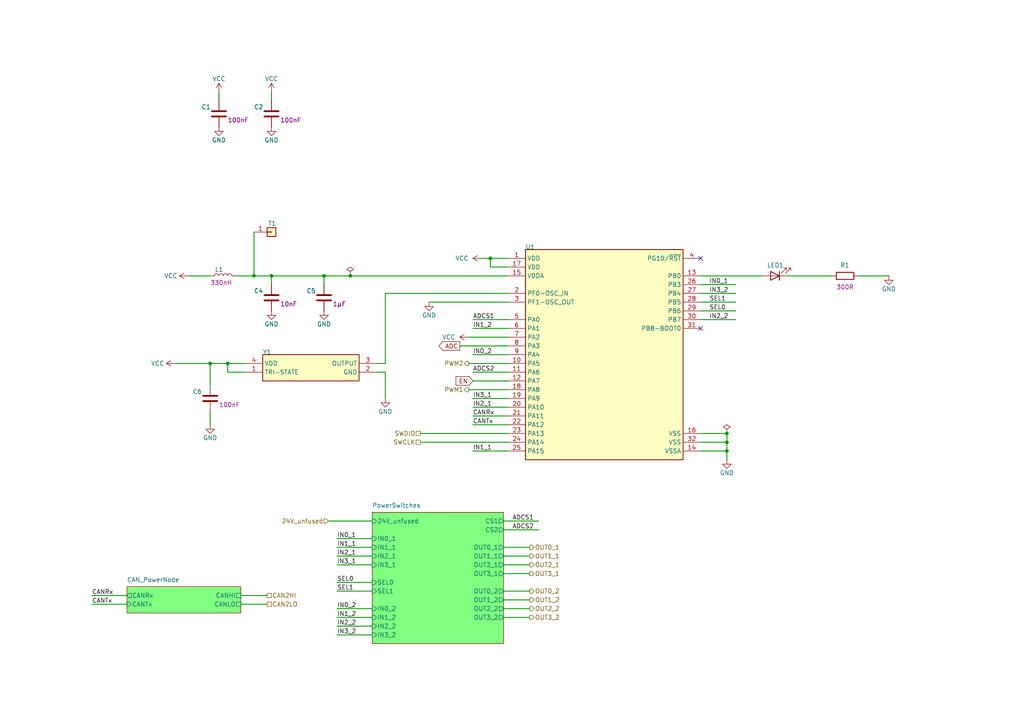
<source format=kicad_sch>
(kicad_sch (version 20231120) (generator "eeschema") (generator_version "8.0")
  (paper "A4")
  (title_block (title "Power Node") (rev "1"))
  (lib_symbols
    (symbol "Connector_Generic:Conn_01x01" (pin_names (offset 1.016) hide)
      (property "Reference" "J" (at 0 2.54 0))
      (property "Value" "Conn_01x01" (at 0 -2.54 0))
      (symbol "Conn_01x01_1_1"
        (rectangle (start -1.27 0.127) (end 0 -0.127) (stroke (width 0.1524)))
        (rectangle (start -1.27 1.27) (end 1.27 -1.27) (stroke (width 0.254)) (fill (type background)))
        (pin passive line (at -5.08 0 0) (length 3.81) (name "Pin_1") (number "1"))
      )
    )
    (symbol "Device:C" (pin_numbers hide) (pin_names (offset 0.254))
      (property "Reference" "C" (at 0.635 2.54 0))
      (property "Value" "C" (at 0.635 -2.54 0))
      (symbol "C_0_1"
        (polyline (pts (xy -2.032 -0.762) (xy 2.032 -0.762)) (stroke (width 0.508)))
        (polyline (pts (xy -2.032 0.762) (xy 2.032 0.762)) (stroke (width 0.508)))
      )
      (symbol "C_1_1"
        (pin passive line (at 0 3.81 270) (length 2.794) (name "~") (number "1"))
        (pin passive line (at 0 -3.81 90) (length 2.794) (name "~") (number "2"))
      )
    )
    (symbol "Device:L" (pin_numbers hide) (pin_names (offset 1.016) hide)
      (property "Reference" "L" (at -1.27 0 90))
      (property "Value" "L" (at 1.905 0 90))
      (symbol "L_0_1"
        (arc (start 0 -2.54) (mid 0.6323 -1.905) (end 0 -1.27))
        (arc (start 0 -1.27) (mid 0.6323 -0.635) (end 0 0))
        (arc (start 0 0) (mid 0.6323 0.635) (end 0 1.27))
        (arc (start 0 1.27) (mid 0.6323 1.905) (end 0 2.54))
      )
      (symbol "L_1_1"
        (pin passive line (at 0 3.81 270) (length 1.27) (name "1") (number "1"))
        (pin passive line (at 0 -3.81 90) (length 1.27) (name "2") (number "2"))
      )
    )
    (symbol "Device:LED" (pin_numbers hide) (pin_names (offset 1.016) hide)
      (property "Reference" "D" (at 0 2.54 0))
      (property "Value" "LED" (at 0 -2.54 0))
      (symbol "LED_0_1"
        (polyline (pts (xy -1.27 -1.27) (xy -1.27 1.27)) (stroke (width 0.254)))
        (polyline (pts (xy -1.27 0) (xy 1.27 0)))
        (polyline (pts (xy 1.27 -1.27) (xy 1.27 1.27) (xy -1.27 0) (xy 1.27 -1.27)) (stroke (width 0.254)))
        (polyline (pts (xy -3.048 -0.762) (xy -4.572 -2.286) (xy -3.81 -2.286) (xy -4.572 -2.286) (xy -4.572 -1.524)))
        (polyline (pts (xy -1.778 -0.762) (xy -3.302 -2.286) (xy -2.54 -2.286) (xy -3.302 -2.286) (xy -3.302 -1.524)))
      )
      (symbol "LED_1_1"
        (pin passive line (at -3.81 0 0) (length 2.54) (name "K") (number "1"))
        (pin passive line (at 3.81 0 180) (length 2.54) (name "A") (number "2"))
      )
    )
    (symbol "Device:R" (pin_numbers hide) (pin_names (offset 0))
      (property "Reference" "R" (at 2.032 0 90))
      (property "Value" "R" (at 0 0 90))
      (symbol "R_0_1"
        (rectangle (start -1.016 -2.54) (end 1.016 2.54) (stroke (width 0.254)))
      )
      (symbol "R_1_1"
        (pin passive line (at 0 3.81 270) (length 1.27) (name "~") (number "1"))
        (pin passive line (at 0 -3.81 90) (length 1.27) (name "~") (number "2"))
      )
    )
    (symbol "Untitled-altium-import:root_0_ECS-7050MV-080-BN-TR"
      (symbol "root_0_ECS-7050MV-080-BN-TR_1_0"
        (rectangle (start 33.02 2.54) (end 5.08 -5.08) (stroke (width 0.254)) (fill (type background)))
        (pin passive line (at 0 -2.54 0) (length 5.08) (name "TRI-STATE") (number "1"))
        (pin passive line (at 38.1 -2.54 180) (length 5.08) (name "GND") (number "2"))
        (pin passive line (at 38.1 0 180) (length 5.08) (name "OUTPUT") (number "3"))
        (pin passive line (at 0 0 0) (length 5.08) (name "VDD") (number "4"))
      )
    )
    (symbol "Untitled-altium-import:root_0_c9e0a49b9ddd2147befd892ac7d673c"
      (symbol "root_0_c9e0a49b9ddd2147befd892ac7d673c_1_0"
        (rectangle (start 50.8 2.54) (end 5.08 -58.42) (stroke (width 0.254)) (fill (type background)))
        (pin power_in line (at 0 0 0) (length 5.08) (name "VDD") (number "1"))
        (pin bidirectional line (at 0 -30.48 0) (length 5.08) (name "PA5") (number "10"))
        (pin bidirectional line (at 0 -33.02 0) (length 5.08) (name "PA6") (number "11"))
        (pin bidirectional line (at 0 -35.56 0) (length 5.08) (name "PA7") (number "12"))
        (pin bidirectional line (at 55.88 -5.08 180) (length 5.08) (name "PB0") (number "13"))
        (pin power_in line (at 55.88 -55.88 180) (length 5.08) (name "VSSA") (number "14"))
        (pin power_in line (at 0 -5.08 0) (length 5.08) (name "VDDA") (number "15"))
        (pin power_in line (at 55.88 -50.8 180) (length 5.08) (name "VSS") (number "16"))
        (pin power_in line (at 0 -2.54 0) (length 5.08) (name "VDD") (number "17"))
        (pin bidirectional line (at 0 -38.1 0) (length 5.08) (name "PA8") (number "18"))
        (pin bidirectional line (at 0 -40.64 0) (length 5.08) (name "PA9") (number "19"))
        (pin passive line (at 0 -10.16 0) (length 5.08) (name "PF0-OSC_IN") (number "2"))
        (pin bidirectional line (at 0 -43.18 0) (length 5.08) (name "PA10") (number "20"))
        (pin bidirectional line (at 0 -45.72 0) (length 5.08) (name "PA11") (number "21"))
        (pin bidirectional line (at 0 -48.26 0) (length 5.08) (name "PA12") (number "22"))
        (pin bidirectional line (at 0 -50.8 0) (length 5.08) (name "PA13") (number "23"))
        (pin bidirectional line (at 0 -53.34 0) (length 5.08) (name "PA14") (number "24"))
        (pin bidirectional line (at 0 -55.88 0) (length 5.08) (name "PA15") (number "25"))
        (pin bidirectional line (at 55.88 -7.62 180) (length 5.08) (name "PB3") (number "26"))
        (pin bidirectional line (at 55.88 -10.16 180) (length 5.08) (name "PB4") (number "27"))
        (pin bidirectional line (at 55.88 -12.7 180) (length 5.08) (name "PB5") (number "28"))
        (pin bidirectional line (at 55.88 -15.24 180) (length 5.08) (name "PB6") (number "29"))
        (pin passive line (at 0 -12.7 0) (length 5.08) (name "PF1-OSC_OUT") (number "3"))
        (pin bidirectional line (at 55.88 -17.78 180) (length 5.08) (name "PB7") (number "30"))
        (pin bidirectional line (at 55.88 -20.32 180) (length 5.08) (name "PB8-BOOT0") (number "31"))
        (pin power_in line (at 55.88 -53.34 180) (length 5.08) (name "VSS") (number "32"))
        (pin passive line (at 55.88 0 180) (length 5.08) (name "PG10/~{RST}") (number "4"))
        (pin bidirectional line (at 0 -17.78 0) (length 5.08) (name "PA0") (number "5"))
        (pin bidirectional line (at 0 -20.32 0) (length 5.08) (name "PA1") (number "6"))
        (pin bidirectional line (at 0 -22.86 0) (length 5.08) (name "PA2") (number "7"))
        (pin bidirectional line (at 0 -25.4 0) (length 5.08) (name "PA3") (number "8"))
        (pin bidirectional line (at 0 -27.94 0) (length 5.08) (name "PA4") (number "9"))
      )
    )
    (symbol "VCC_1" (power) (pin_numbers hide) (pin_names (offset 0) hide)
      (property "Value" "VCC" (at 0 3.556 0))
      (symbol "VCC_1_0_1"
        (polyline (pts (xy -0.762 1.27) (xy 0 2.54)))
        (polyline (pts (xy 0 0) (xy 0 2.54)))
        (polyline (pts (xy 0 2.54) (xy 0.762 1.27)))
      )
      (symbol "VCC_1_1_1"
        (pin power_in line (at 0 0 90) (length 0) (name "~") (number "1"))
      )
    )
    (symbol "VCC_2" (power) (pin_numbers hide) (pin_names (offset 0) hide)
      (property "Value" "VCC" (at 0 3.556 0))
      (symbol "VCC_2_0_1"
        (polyline (pts (xy -0.762 1.27) (xy 0 2.54)))
        (polyline (pts (xy 0 0) (xy 0 2.54)))
        (polyline (pts (xy 0 2.54) (xy 0.762 1.27)))
      )
      (symbol "VCC_2_1_1"
        (pin power_in line (at 0 0 90) (length 0) (name "~") (number "1"))
      )
    )
    (symbol "VCC_3" (power) (pin_numbers hide) (pin_names (offset 0) hide)
      (property "Value" "VCC" (at 0 3.556 0))
      (symbol "VCC_3_0_1"
        (polyline (pts (xy -0.762 1.27) (xy 0 2.54)))
        (polyline (pts (xy 0 0) (xy 0 2.54)))
        (polyline (pts (xy 0 2.54) (xy 0.762 1.27)))
      )
      (symbol "VCC_3_1_1"
        (pin power_in line (at 0 0 90) (length 0) (name "~") (number "1"))
      )
    )
    (symbol "VCC_4" (power) (pin_numbers hide) (pin_names (offset 0) hide)
      (property "Value" "VCC" (at 0 3.556 0))
      (symbol "VCC_4_0_1"
        (polyline (pts (xy -0.762 1.27) (xy 0 2.54)))
        (polyline (pts (xy 0 0) (xy 0 2.54)))
        (polyline (pts (xy 0 2.54) (xy 0.762 1.27)))
      )
      (symbol "VCC_4_1_1"
        (pin power_in line (at 0 0 90) (length 0) (name "~") (number "1"))
      )
    )
    (symbol "VCC_5" (power) (pin_numbers hide) (pin_names (offset 0) hide)
      (property "Value" "VCC" (at 0 3.556 0))
      (symbol "VCC_5_0_1"
        (polyline (pts (xy -0.762 1.27) (xy 0 2.54)))
        (polyline (pts (xy 0 0) (xy 0 2.54)))
        (polyline (pts (xy 0 2.54) (xy 0.762 1.27)))
      )
      (symbol "VCC_5_1_1"
        (pin power_in line (at 0 0 90) (length 0) (name "~") (number "1"))
      )
    )
    (symbol "VCC_7" (power) (pin_numbers hide) (pin_names (offset 0) hide)
      (property "Value" "VCC" (at 0 3.556 0))
      (symbol "VCC_7_0_1"
        (polyline (pts (xy -0.762 1.27) (xy 0 2.54)))
        (polyline (pts (xy 0 0) (xy 0 2.54)))
        (polyline (pts (xy 0 2.54) (xy 0.762 1.27)))
      )
      (symbol "VCC_7_1_1"
        (pin power_in line (at 0 0 90) (length 0) (name "~") (number "1"))
      )
    )
    (symbol "power:GND" (power) (pin_numbers hide) (pin_names (offset 0) hide)
      (property "Value" "GND" (at 0 -3.81 0))
      (symbol "GND_0_1"
        (polyline (pts (xy 0 0) (xy 0 -1.27) (xy 1.27 -1.27) (xy 0 -2.54) (xy -1.27 -1.27) (xy 0 -1.27)))
      )
      (symbol "GND_1_1"
        (pin power_in line (at 0 0 270) (length 0) (name "~") (number "1"))
      )
    )
    (symbol "power:PWR_FLAG" (power) (pin_numbers hide) (pin_names (offset 0) hide)
      (property "Value" "PWR_FLAG" (at 0 3.81 0))
      (symbol "PWR_FLAG_0_0"
        (pin power_out line (at 0 0 90) (length 0) (name "~") (number "1"))
      )
      (symbol "PWR_FLAG_0_1"
        (polyline (pts (xy 0 0) (xy 0 1.27) (xy -1.016 1.905) (xy 0 2.54) (xy 1.016 1.905) (xy 0 1.27)))
      )
    )
  )
  (junction (at 210.82 130.81))
  (junction (at 60.96 105.41))
  (junction (at 210.82 125.73))
  (junction (at 142.24 74.93))
  (junction (at 93.98 80.01))
  (junction (at 210.82 128.27))
  (junction (at 73.66 80.01))
  (junction (at 101.6 80.01))
  (junction (at 78.74 80.01))
  (junction (at 66.04 105.41))
  (no_connect (at 203.2 95.25))
  (no_connect (at 203.2 74.93))
  (wire (pts (xy 107.95 181.61) (xy 97.79 181.61)) (stroke (width 0.254)))
  (wire (pts (xy 60.96 105.41) (xy 66.04 105.41)) (stroke (width 0.254)))
  (wire (pts (xy 107.95 151.13) (xy 95.25 151.13)) (stroke (width 0.254)))
  (wire (pts (xy 93.98 82.55) (xy 93.98 80.01)) (stroke (width 0.254)))
  (wire (pts (xy 146.05 163.83) (xy 153.67 163.83)) (stroke (width 0.254)))
  (wire (pts (xy 142.24 77.47) (xy 142.24 74.93)) (stroke (width 0.254)))
  (wire (pts (xy 107.95 158.75) (xy 97.79 158.75)) (stroke (width 0.254)))
  (wire (pts (xy 107.95 163.83) (xy 97.79 163.83)) (stroke (width 0.254)))
  (wire (pts (xy 147.32 87.63) (xy 124.46 87.63)) (stroke (width 0.254)))
  (wire (pts (xy 142.24 74.93) (xy 147.32 74.93)) (stroke (width 0.254)))
  (wire (pts (xy 60.96 119.38) (xy 60.96 123.19)) (stroke (width 0.254)))
  (wire (pts (xy 153.67 161.29) (xy 146.05 161.29)) (stroke (width 0.254)))
  (wire (pts (xy 107.95 156.21) (xy 97.79 156.21)) (stroke (width 0.254)))
  (wire (pts (xy 121.92 128.27) (xy 147.32 128.27)) (stroke (width 0.254)))
  (wire (pts (xy 203.2 130.81) (xy 210.82 130.81)) (stroke (width 0.254)))
  (wire (pts (xy 203.2 85.09) (xy 213.36 85.09)) (stroke (width 0.254)))
  (wire (pts (xy 78.74 82.55) (xy 78.74 80.01)) (stroke (width 0.254)))
  (wire (pts (xy 146.05 179.07) (xy 153.67 179.07)) (stroke (width 0.254)))
  (wire (pts (xy 78.74 26.67) (xy 78.74 29.21)) (stroke (width 0.254)))
  (wire (pts (xy 146.05 171.45) (xy 153.67 171.45)) (stroke (width 0.254)))
  (wire (pts (xy 139.7 74.93) (xy 142.24 74.93)) (stroke (width 0.254)))
  (wire (pts (xy 146.05 176.53) (xy 153.67 176.53)) (stroke (width 0.254)))
  (wire (pts (xy 66.04 107.95) (xy 71.12 107.95)) (stroke (width 0.254)))
  (wire (pts (xy 147.32 80.01) (xy 101.6 80.01)) (stroke (width 0.254)))
  (wire (pts (xy 146.05 153.67) (xy 156.21 153.67)) (stroke (width 0.254)))
  (wire (pts (xy 73.66 67.31) (xy 73.66 80.01)) (stroke (width 0.254)))
  (wire (pts (xy 228.6 80.01) (xy 241.3 80.01)) (stroke (width 0.254)))
  (wire (pts (xy 210.82 130.81) (xy 210.82 133.35)) (stroke (width 0.254)))
  (wire (pts (xy 69.85 175.26) (xy 77.47 175.26)) (stroke (width 0.254)))
  (wire (pts (xy 147.32 123.19) (xy 137.16 123.19)) (stroke (width 0.254)))
  (wire (pts (xy 78.74 80.01) (xy 73.66 80.01)) (stroke (width 0.254)))
  (wire (pts (xy 107.95 176.53) (xy 97.79 176.53)) (stroke (width 0.254)))
  (wire (pts (xy 147.32 102.87) (xy 137.16 102.87)) (stroke (width 0.254)))
  (wire (pts (xy 111.76 85.09) (xy 111.76 105.41)) (stroke (width 0.254)))
  (wire (pts (xy 203.2 87.63) (xy 213.36 87.63)) (stroke (width 0.254)))
  (wire (pts (xy 101.6 80.01) (xy 93.98 80.01)) (stroke (width 0.254)))
  (wire (pts (xy 147.32 118.11) (xy 137.16 118.11)) (stroke (width 0.254)))
  (wire (pts (xy 66.04 105.41) (xy 71.12 105.41)) (stroke (width 0.254)))
  (wire (pts (xy 69.85 172.72) (xy 77.47 172.72)) (stroke (width 0.254)))
  (wire (pts (xy 135.89 97.79) (xy 147.32 97.79)) (stroke (width 0.254)))
  (wire (pts (xy 203.2 92.71) (xy 213.36 92.71)) (stroke (width 0.254)))
  (wire (pts (xy 147.32 113.03) (xy 135.89 113.03)) (stroke (width 0.254)))
  (wire (pts (xy 73.66 80.01) (xy 68.58 80.01)) (stroke (width 0.254)))
  (wire (pts (xy 36.83 175.26) (xy 26.67 175.26)) (stroke (width 0.254)))
  (wire (pts (xy 60.96 105.41) (xy 60.96 111.76)) (stroke (width 0.254)))
  (wire (pts (xy 63.5 26.67) (xy 63.5 29.21)) (stroke (width 0.254)))
  (wire (pts (xy 248.92 80.01) (xy 257.81 80.01)) (stroke (width 0.254)))
  (wire (pts (xy 147.32 115.57) (xy 137.16 115.57)) (stroke (width 0.254)))
  (wire (pts (xy 153.67 166.37) (xy 146.05 166.37)) (stroke (width 0.254)))
  (wire (pts (xy 107.95 161.29) (xy 97.79 161.29)) (stroke (width 0.254)))
  (wire (pts (xy 210.82 128.27) (xy 210.82 130.81)) (stroke (width 0.254)))
  (wire (pts (xy 107.95 184.15) (xy 97.79 184.15)) (stroke (width 0.254)))
  (wire (pts (xy 203.2 125.73) (xy 210.82 125.73)) (stroke (width 0.254)))
  (wire (pts (xy 147.32 105.41) (xy 135.89 105.41)) (stroke (width 0.254)))
  (wire (pts (xy 36.83 172.72) (xy 26.67 172.72)) (stroke (width 0.254)))
  (wire (pts (xy 137.16 110.49) (xy 147.32 110.49)) (stroke (width 0.254)))
  (wire (pts (xy 107.95 168.91) (xy 97.79 168.91)) (stroke (width 0.254)))
  (wire (pts (xy 147.32 130.81) (xy 137.16 130.81)) (stroke (width 0.254)))
  (wire (pts (xy 147.32 77.47) (xy 142.24 77.47)) (stroke (width 0.254)))
  (wire (pts (xy 147.32 107.95) (xy 137.16 107.95)) (stroke (width 0.254)))
  (wire (pts (xy 203.2 128.27) (xy 210.82 128.27)) (stroke (width 0.254)))
  (wire (pts (xy 147.32 92.71) (xy 137.16 92.71)) (stroke (width 0.254)))
  (wire (pts (xy 146.05 173.99) (xy 153.67 173.99)) (stroke (width 0.254)))
  (wire (pts (xy 147.32 100.33) (xy 133.35 100.33)) (stroke (width 0.254)))
  (wire (pts (xy 203.2 90.17) (xy 213.36 90.17)) (stroke (width 0.254)))
  (wire (pts (xy 50.8 105.41) (xy 60.96 105.41)) (stroke (width 0.254)))
  (wire (pts (xy 60.96 80.01) (xy 54.61 80.01)) (stroke (width 0.254)))
  (wire (pts (xy 146.05 151.13) (xy 156.21 151.13)) (stroke (width 0.254)))
  (wire (pts (xy 107.95 179.07) (xy 97.79 179.07)) (stroke (width 0.254)))
  (wire (pts (xy 66.04 105.41) (xy 66.04 107.95)) (stroke (width 0.254)))
  (wire (pts (xy 147.32 85.09) (xy 111.76 85.09)) (stroke (width 0.254)))
  (wire (pts (xy 203.2 82.55) (xy 213.36 82.55)) (stroke (width 0.254)))
  (wire (pts (xy 210.82 128.27) (xy 210.82 125.73)) (stroke (width 0.254)))
  (wire (pts (xy 107.95 171.45) (xy 97.79 171.45)) (stroke (width 0.254)))
  (wire (pts (xy 137.16 120.65) (xy 147.32 120.65)) (stroke (width 0.254)))
  (wire (pts (xy 111.76 107.95) (xy 111.76 115.57)) (stroke (width 0.254)))
  (wire (pts (xy 111.76 105.41) (xy 109.22 105.41)) (stroke (width 0.254)))
  (wire (pts (xy 147.32 125.73) (xy 121.92 125.73)) (stroke (width 0.254)))
  (wire (pts (xy 153.67 158.75) (xy 146.05 158.75)) (stroke (width 0.254)))
  (wire (pts (xy 203.2 80.01) (xy 220.98 80.01)) (stroke (width 0.254)))
  (wire (pts (xy 109.22 107.95) (xy 111.76 107.95)) (stroke (width 0.254)))
  (wire (pts (xy 93.98 80.01) (xy 78.74 80.01)) (stroke (width 0.254)))
  (wire (pts (xy 137.16 95.25) (xy 147.32 95.25)) (stroke (width 0.254)))
  (label "SEL0" (at 205.74 90.17 0))
  (label "IN3_1" (at 97.79 163.83 0))
  (label "CANRx" (at 26.67 172.72 0))
  (label "IN1_2" (at 137.16 95.25 0))
  (label "IN3_2" (at 205.74 85.09 0))
  (label "SEL1" (at 97.79 171.45 0))
  (label "IN3_1" (at 137.16 115.57 0))
  (label "IN2_1" (at 97.79 161.29 0))
  (label "IN1_1" (at 97.79 158.75 0))
  (label "IN3_2" (at 97.79 184.15 0))
  (label "IN2_2" (at 97.79 181.61 0))
  (label "IN0_1" (at 205.74 82.55 0))
  (label "IN2_1" (at 137.16 118.11 0))
  (label "SEL0" (at 97.79 168.91 0))
  (label "CANTx" (at 137.16 123.19 0))
  (label "IN0_2" (at 97.79 176.53 0))
  (label "SEL1" (at 205.74 87.63 0))
  (label "IN0_1" (at 97.79 156.21 0))
  (label "CANTx" (at 26.67 175.26 0))
  (label "ADCS1" (at 137.16 92.71 0))
  (label "IN1_2" (at 97.79 179.07 0))
  (label "IN2_2" (at 205.74 92.71 0))
  (label "ADCS1" (at 148.59 151.13 0))
  (label "ADCS2" (at 137.16 107.95 0))
  (label "CANRx" (at 137.16 120.65 0))
  (label "IN0_2" (at 137.16 102.87 0))
  (label "IN1_1" (at 137.16 130.81 0))
  (label "ADCS2" (at 148.59 153.67 0))
  (global_label "EN" (shape input) (at 137.16 110.49 180) (property "Intersheetrefs" "${INTERSHEET_REFS}" (effects (hide yes))))
  (global_label "ADC" (shape output) (at 133.35 100.33 180) (property "Intersheetrefs" "${INTERSHEET_REFS}" (effects (hide yes))))
  (hierarchical_label "OUT0_2" (shape output) (at 153.67 171.45 0))
  (hierarchical_label "OUT2_2" (shape output) (at 153.67 176.53 0))
  (hierarchical_label "OUT3_1" (shape output) (at 153.67 166.37 0))
  (hierarchical_label "OUT3_2" (shape output) (at 153.67 179.07 0))
  (hierarchical_label "OUT1_1" (shape output) (at 153.67 161.29 0))
  (hierarchical_label "CAN2HI" (shape passive) (at 77.47 172.72 0))
  (hierarchical_label "OUT1_2" (shape output) (at 153.67 173.99 0))
  (hierarchical_label "PWM2" (shape output) (at 135.89 105.41 180))
  (hierarchical_label "OUT2_1" (shape output) (at 153.67 163.83 0))
  (hierarchical_label "SWDIO" (shape passive) (at 121.92 125.73 180))
  (hierarchical_label "CAN2LO" (shape passive) (at 77.47 175.26 0))
  (hierarchical_label "PWM1" (shape output) (at 135.89 113.03 180))
  (hierarchical_label "SWCLK" (shape passive) (at 121.92 128.27 180))
  (hierarchical_label "24V_unfused" (shape input) (at 95.25 151.13 180))
  (hierarchical_label "OUT0_1" (shape output) (at 153.67 158.75 0))
  (symbol (lib_name "VCC_1") (lib_id "power:VCC") (at 50.8 105.41 90) (unit 1)
    (property "Reference" "#PWR?" (effects (hide yes)))
    (property "Value" "VCC" (at 45.72 105.41 90))
    (property "Description" "Power symbol creates a global label with name \"VCC\"" (effects (hide yes)))
  )
  (symbol (lib_name "VCC_2") (lib_id "power:VCC") (at 63.5 26.67 0) (unit 1)
    (property "Reference" "#PWR?" (effects (hide yes)))
    (property "Value" "VCC" (at 63.5 22.86 0))
    (property "Description" "Power symbol creates a global label with name \"VCC\"" (effects (hide yes)))
  )
  (symbol (lib_id "power:PWR_FLAG") (at 210.82 125.73 0) (unit 1)
    (property "Reference" "#FLG07" (effects (hide yes)))
    (property "Value" "PWR_FLAG" (effects (hide yes)))
    (property "Description" "Special symbol for telling ERC where power comes from" (effects (hide yes)))
  )
  (symbol (lib_id "Device:C") (at 78.74 33.02 0) (unit 1)
    (property "Reference" "C2" (at 73.66 31.75 0) (effects (justify left bottom)))
    (property "Value" "100nF" (effects (hide yes)))
    (property "Footprint" "Capacitor_SMD:C_0805_2012Metric_Pad1.18x1.45mm_HandSolder" (effects (hide yes)))
    (property "Description" "08055C104KAT4A" (effects (hide yes)))
    (property "HEIGHT" "0.94mm" (effects (hide yes)))
    (property "ALTIUM_VALUE" "100nF" (at 81.28 35.56 0) (effects (justify left bottom)))
    (property "CAPACITOR TYPE" "Ceramic" (effects (hide yes)))
    (property "CASE/PACKAGE" "0805" (effects (hide yes)))
    (property "DIELECTRIC MATERIAL" "Ceramic" (effects (hide yes)))
    (property "JESD-609 CODE" "e3" (effects (hide yes)))
    (property "LENGTH" "2.01mm" (effects (hide yes)))
    (property "MAX OPERATING TEMPERATURE" "125°C" (effects (hide yes)))
    (property "MIN OPERATING TEMPERATURE" "-55°C" (effects (hide yes)))
    (property "MOUNTING TECHNOLOGY" "Surface Mount" (effects (hide yes)))
    (property "MULTILAYER" "Yes" (effects (hide yes)))
    (property "PACKAGE SHAPE" "Rectangular" (effects (hide yes)))
    (property "PACKAGE STYLE" "SMTMeter" (effects (hide yes)))
    (property "PACKAGING" "Tape and Reel" (effects (hide yes)))
    (property "PINS" "2" (effects (hide yes)))
    (property "RATED DC VOLTAGE (URDC)" "50V" (effects (hide yes)))
    (property "REACH SVHC COMPLIANT" "Yes" (effects (hide yes)))
    (property "ROHS COMPLIANT" "Yes" (effects (hide yes)))
    (property "TEMPERATURE CHARACTERISTICS CODE" "X7R" (effects (hide yes)))
    (property "TERMINAL FINISH" "Nickel" (effects (hide yes)))
    (property "TERMINATION" "Wraparound" (effects (hide yes)))
    (property "TOLERANCE  (FILL IN AS +-)" "10%" (effects (hide yes)))
    (property "TOLERANCE (FILL IN AS +-)" "10%" (effects (hide yes)))
    (property "WIDTH" "1.25mm" (effects (hide yes)))
  )
  (symbol (lib_id "Device:C") (at 93.98 86.36 0) (unit 1)
    (property "Reference" "C5" (at 88.9 85.09 0) (effects (justify left bottom)))
    (property "Value" "1µF" (effects (hide yes)))
    (property "Footprint" "Capacitor_SMD:C_0805_2012Metric_Pad1.18x1.45mm_HandSolder" (effects (hide yes)))
    (property "Description" "08053C105KAZ2A" (effects (hide yes)))
    (property "MAX OPERATING TEMPERATURE" "125°C" (effects (hide yes)))
    (property "CASE/PACKAGE" "0805" (effects (hide yes)))
    (property "PACKAGING" "Tape and Reel" (effects (hide yes)))
    (property "MIN OPERATING TEMPERATURE" "-55°C" (effects (hide yes)))
    (property "CAPACITOR TYPE" "Ceramic" (effects (hide yes)))
    (property "DIELECTRIC MATERIAL" "Ceramic" (effects (hide yes)))
    (property "HEIGHT" "1.4mm" (effects (hide yes)))
    (property "JESD-609 CODE" "e3" (effects (hide yes)))
    (property "LENGTH" "2.01mm" (effects (hide yes)))
    (property "MOUNTING TECHNOLOGY" "Surface Mount" (effects (hide yes)))
    (property "MULTILAYER" "Yes" (effects (hide yes)))
    (property "PACKAGE SHAPE" "Rectangular" (effects (hide yes)))
    (property "PACKAGE STYLE" "SMTMeter" (effects (hide yes)))
    (property "PINS" "2" (effects (hide yes)))
    (property "RATED DC VOLTAGE (URDC)" "25V" (effects (hide yes)))
    (property "REACH SVHC COMPLIANT" "Yes" (effects (hide yes)))
    (property "REFERENCE STANDARD" "AEC-Q200" (effects (hide yes)))
    (property "ROHS COMPLIANT" "Yes" (effects (hide yes)))
    (property "TEMPERATURE CHARACTERISTICS CODE" "X7R" (effects (hide yes)))
    (property "TERMINAL FINISH" "Nickel" (effects (hide yes)))
    (property "TERMINATION" "Wraparound" (effects (hide yes)))
    (property "TOLERANCE  (FILL IN AS +-)" "10%" (effects (hide yes)))
    (property "TOLERANCE (FILL IN AS +-)" "10%" (effects (hide yes)))
    (property "ALTIUM_VALUE" "1µF" (at 96.52 88.9 0) (effects (justify left bottom)))
    (property "WIDTH" "1.25mm" (effects (hide yes)))
  )
  (symbol (lib_id "Untitled-altium-import:root_0_ECS-7050MV-080-BN-TR") (at 71.12 105.41 0) (unit 1)
    (property "Reference" "Y1" (at 76.2 102.87 0) (effects (justify left bottom)))
    (property "Value" "ECS-7050MV-080-BN-TR" (effects (hide yes)))
    (property "Footprint" "SamacSys.PcbLib:ECS7050MV080BNTR" (effects (hide yes)))
    (property "DATASHEET LINK" "https://ecsxtal.com/store/pdf/ECS-7050MV.pdf" (effects (hide yes)))
    (property "HEIGHT" "1.7mm" (effects (hide yes)))
    (property "MANUFACTURER_NAME" "ECS" (effects (hide yes)))
    (property "MANUFACTURER_PART_NUMBER" "ECS-7050MV-080-BN-TR" (effects (hide yes)))
    (property "MOUSER PART NUMBER" "520-ECS7050MV080BNTR" (effects (hide yes)))
    (property "MOUSER PRICE/STOCK" "https://www.mouser.co.uk/ProductDetail/ECS/ECS-7050MV-080-BN-TR?qs=IS%252B4QmGtzzooiuQ0rUomGw%3D%3D" (effects (hide yes)))
  )
  (symbol (lib_id "Device:LED") (at 224.79 80.01 180) (unit 1)
    (property "Reference" "LED1" (at 227.33 76.2 0) (effects (justify left bottom)))
    (property "Value" "SML-210VTT86" (effects (hide yes)))
    (property "Footprint" "LED_SMD:LED_0805_2012Metric_Pad1.15x1.40mm_HandSolder" (effects (hide yes)))
    (property "Description" "Red LED" (effects (hide yes)))
    (property "DEVICE CLASS L1" "Optoelectronics" (effects (hide yes)))
    (property "OBSOLETE PART" "true" (effects (hide yes)))
    (property "MANUFACTURER PART NUMBER" "SML-210VTT86" (effects (hide yes)))
    (property "AMBIENT TEMPERATURE RANGE LOW" "-30°C" (effects (hide yes)))
    (property "TEMPERATURE RANGE HIGH" "+85°C" (effects (hide yes)))
    (property "DEVICE CLASS L2" "LEDs" (effects (hide yes)))
    (property "CATEGORY" "Diode" (effects (hide yes)))
    (property "COMPONENTLINK2DESCRIPTION" "Datasheet" (effects (hide yes)))
    (property "MANUFACTURER" "ROHM" (effects (hide yes)))
    (property "MOUSER DESCRIPTION" "Standard LEDs - SMD RED SMD TRANS LENS" (effects (hide yes)))
    (property "AMBIENT TEMPERATURE RANGE HIGH" "+85°C" (effects (hide yes)))
    (property "WAVELENGTH" "630nm" (effects (hide yes)))
    (property "PEAK EMMISION WAVELENGTH" "650nm" (effects (hide yes)))
    (property "LUMINOUS INTENSITY" "4mcd" (effects (hide yes)))
    (property "DIGIKEY DESCRIPTION" "LED RED CLEAR 0805 SMD" (effects (hide yes)))
    (property "TEMPERATURE" "-30°C to +85°C" (effects (hide yes)))
    (property "FORWARD VOLTAGE" "2V" (effects (hide yes)))
    (property "FOOTPRINT URL" "https://eu.mouser.com/datasheet/2/348/sml-21-313092.pdf" (effects (hide yes)))
    (property "FORWARD CURRENT" "20mA" (effects (hide yes)))
    (property "POWER DISSIPATION" "70mW" (effects (hide yes)))
    (property "REVERSE VOLTAGE" "4V" (effects (hide yes)))
    (property "COMPONENTLINK2URL" "https://media.digikey.com/pdf/Data%20Sheets/Rohm%20PDFs/sml-210.pdf" (effects (hide yes)))
    (property "LEAD FREE" "Yes" (effects (hide yes)))
    (property "OCTOPART" "https://octopart.com/sml-210vtt86-rohm-550728" (effects (hide yes)))
    (property "DEVICE CLASS L3" "unset" (effects (hide yes)))
    (property "PACKAGE" "SML-21" (effects (hide yes)))
    (property "AUTOMOTIVE" "No" (effects (hide yes)))
    (property "LED ORIENTATION" "Top View" (effects (hide yes)))
    (property "ROHS" "TRUE" (effects (hide yes)))
    (property "HEIGHT" "0.9mm" (effects (hide yes)))
    (property "TEMPERATURE RANGE LOW" "-30°C" (effects (hide yes)))
    (property "COLOUR" "Red" (effects (hide yes)))
    (instances (project "Nodes" (path "" (reference "LED1") (unit 1))) (project "Untitled" (path "" (reference "LED10") (unit 1))))
  )
  (symbol (lib_id "power:GND") (at 257.81 80.01 0) (unit 1)
    (property "Reference" "#PWR?" (effects (hide yes)))
    (property "Value" "GND" (at 257.81 83.82 0))
    (property "Description" "Power symbol creates a global label with name \"GND\" , ground" (effects (hide yes)))
  )
  (symbol (lib_id "power:GND") (at 93.98 90.17 0) (unit 1)
    (property "Reference" "#PWR?" (effects (hide yes)))
    (property "Value" "GND" (at 93.98 93.98 0))
    (property "Description" "Power symbol creates a global label with name \"GND\" , ground" (effects (hide yes)))
  )
  (symbol (lib_id "Device:R") (at 245.11 80.01 90) (unit 1)
    (property "Reference" "R1" (at 246.38 76.2 90) (effects (justify left bottom)))
    (property "Value" "300R" (effects (hide yes)))
    (property "Footprint" "Resistor_SMD:R_0805_2012Metric_Pad1.20x1.40mm_HandSolder" (effects (hide yes)))
    (property "Description" "ESR10EZPJ301" (effects (hide yes)))
    (property "TEMPERATURE COEFFICIENT" "200ppm/°C" (effects (hide yes)))
    (property "MAX POWER DISSIPATION" "400mW" (effects (hide yes)))
    (property "MAX OPERATING TEMPERATURE" "155°C" (effects (hide yes)))
    (property "CASE CODE (METRIC)" "2012" (effects (hide yes)))
    (property "HEIGHT - SEATED (MAX)" "0.026inch" (effects (hide yes)))
    (property "CASE CODE (IMPERIAL)" "0805" (effects (hide yes)))
    (property "POWER RATING" "400mW" (effects (hide yes)))
    (property "TOLERANCE" "5%" (effects (hide yes)))
    (property "SIZE CODE" "0805" (effects (hide yes)))
    (property "SERIES" "ESR" (effects (hide yes)))
    (property "ROHS COMPLIANT" "Yes" (effects (hide yes)))
    (property "FEATURES" "Automotive AEC-Q200" (effects (hide yes)))
    (property "MIN OPERATING TEMPERATURE" "-55°C" (effects (hide yes)))
    (property "CASE/PACKAGE" "0805" (effects (hide yes)))
    (property "LENGTH" "0.079inch" (effects (hide yes)))
    (property "NUMBER OF TERMINATIONS" "2" (effects (hide yes)))
    (property "RESISTOR TYPE" "Thick Film" (effects (hide yes)))
    (property "WIDTH" "0.049inch" (effects (hide yes)))
    (property "LEAD FREE" "Lead Free" (effects (hide yes)))
    (property "RESISTANCE" "300R" (at 247.65 82.55 90) (effects (justify left bottom)))
    (property "PACKAGE QUANTITY" "1" (effects (hide yes)))
    (property "PACKAGING" "Tape and Reel" (effects (hide yes)))
    (property "HEIGHT" "0.026inch" (effects (hide yes)))
    (property "ALTIUM_VALUE" "300R" (effects (hide yes)))
    (instances (project "Nodes" (path "" (reference "R1") (unit 1))) (project "Untitled" (path "" (reference "R31") (unit 1))))
  )
  (symbol (lib_id "power:GND") (at 78.74 36.83 0) (unit 1)
    (property "Reference" "#PWR?" (effects (hide yes)))
    (property "Value" "GND" (at 78.74 40.64 0))
    (property "Description" "Power symbol creates a global label with name \"GND\" , ground" (effects (hide yes)))
  )
  (symbol (lib_id "Device:L") (at 64.77 80.01 90) (unit 1)
    (property "Reference" "L1" (at 64.77 77.47 90) (effects (justify left bottom)))
    (property "Value" "330nH" (effects (hide yes)))
    (property "Footprint" "Inductor_SMD:L_0805_2012Metric_Pad1.15x1.40mm_HandSolder" (effects (hide yes)))
    (property "Description" "BDCC00201208R33MWA" (effects (hide yes)))
    (property "SHIELDING" "Shielded" (effects (hide yes)))
    (property "TEST FREQUENCY" "2MHz" (effects (hide yes)))
    (property "MIN OPERATING TEMPERATURE" "-40°C" (effects (hide yes)))
    (property "TOLERANCE" "20%" (effects (hide yes)))
    (property "DC RESISTANCE (DCR)" "24mR" (effects (hide yes)))
    (property "MAX OPERATING TEMPERATURE" "125°C" (effects (hide yes)))
    (property "TERMINATION" "One Surface" (effects (hide yes)))
    (property "CORE MATERIAL" "Ferrite" (effects (hide yes)))
    (property "CHANNELS" "1" (effects (hide yes)))
    (property "INDUCTANCE-NOM (L)" "0.33uH" (effects (hide yes)))
    (property "INDUCTOR APPLICATION" "RF INDUCTOR" (effects (hide yes)))
    (property "INDUCTOR TYPE" "GENERAL PURPOSE INDUCTOR" (effects (hide yes)))
    (property "MAX CURRENT RATING" "4A" (effects (hide yes)))
    (property "PINS" "2" (effects (hide yes)))
    (property "REACH SVHC COMPLIANT" "Yes" (effects (hide yes)))
    (property "ROHS COMPLIANT" "Yes" (effects (hide yes)))
    (property "SHAPE/SIZE DESCRIPTION" "RECTANGULAR PACKAGE" (effects (hide yes)))
    (property "SURFACE MOUNT" "Yes" (effects (hide yes)))
    (property "TERMINAL PLACEMENT" "Dual Ended" (effects (hide yes)))
    (property "ALTIUM_VALUE" "330nH" (at 67.31 81.28 90) (effects (justify left bottom)))
  )
  (symbol (lib_id "power:PWR_FLAG") (at 101.6 80.01 0) (unit 1)
    (property "Reference" "#FLG05" (effects (hide yes)))
    (property "Value" "PWR_FLAG" (effects (hide yes)))
    (property "Description" "Special symbol for telling ERC where power comes from" (effects (hide yes)))
  )
  (symbol (lib_id "Device:C") (at 60.96 115.57 0) (unit 1)
    (property "Reference" "C6" (at 55.88 114.3 0) (effects (justify left bottom)))
    (property "Value" "100nF" (effects (hide yes)))
    (property "Footprint" "Capacitor_SMD:C_0805_2012Metric_Pad1.18x1.45mm_HandSolder" (effects (hide yes)))
    (property "Description" "08055C104KAT4A" (effects (hide yes)))
    (property "HEIGHT" "0.94mm" (effects (hide yes)))
    (property "ALTIUM_VALUE" "100nF" (at 63.5 118.11 0) (effects (justify left bottom)))
    (property "CAPACITOR TYPE" "Ceramic" (effects (hide yes)))
    (property "CASE/PACKAGE" "0805" (effects (hide yes)))
    (property "DIELECTRIC MATERIAL" "Ceramic" (effects (hide yes)))
    (property "JESD-609 CODE" "e3" (effects (hide yes)))
    (property "LENGTH" "2.01mm" (effects (hide yes)))
    (property "MAX OPERATING TEMPERATURE" "125°C" (effects (hide yes)))
    (property "MIN OPERATING TEMPERATURE" "-55°C" (effects (hide yes)))
    (property "MOUNTING TECHNOLOGY" "Surface Mount" (effects (hide yes)))
    (property "MULTILAYER" "Yes" (effects (hide yes)))
    (property "PACKAGE SHAPE" "Rectangular" (effects (hide yes)))
    (property "PACKAGE STYLE" "SMTMeter" (effects (hide yes)))
    (property "PACKAGING" "Tape and Reel" (effects (hide yes)))
    (property "PINS" "2" (effects (hide yes)))
    (property "RATED DC VOLTAGE (URDC)" "50V" (effects (hide yes)))
    (property "REACH SVHC COMPLIANT" "Yes" (effects (hide yes)))
    (property "ROHS COMPLIANT" "Yes" (effects (hide yes)))
    (property "TEMPERATURE CHARACTERISTICS CODE" "X7R" (effects (hide yes)))
    (property "TERMINAL FINISH" "Nickel" (effects (hide yes)))
    (property "TERMINATION" "Wraparound" (effects (hide yes)))
    (property "TOLERANCE  (FILL IN AS +-)" "10%" (effects (hide yes)))
    (property "TOLERANCE (FILL IN AS +-)" "10%" (effects (hide yes)))
    (property "WIDTH" "1.25mm" (effects (hide yes)))
  )
  (symbol (lib_name "VCC_7") (lib_id "power:VCC") (at 139.7 74.93 90) (unit 1)
    (property "Reference" "#PWR015" (effects (hide yes)))
    (property "Value" "VCC" (at 135.89 74.93 90) (effects (justify left)))
    (property "Description" "Power symbol creates a global label with name \"VCC\"" (effects (hide yes)))
  )
  (symbol (lib_id "Untitled-altium-import:root_0_c9e0a49b9ddd2147befd892ac7d673c") (at 147.32 74.93 0) (unit 1)
    (property "Reference" "U1" (at 152.4 72.39 0) (effects (justify left bottom)))
    (property "Value" "STM32G431KBT6" (effects (hide yes)))
    (property "Footprint" "Vault:FP-LQFP32-5V-IPC_B" (effects (hide yes)))
  )
  (symbol (lib_id "power:GND") (at 63.5 36.83 0) (unit 1)
    (property "Reference" "#PWR?" (effects (hide yes)))
    (property "Value" "GND" (at 63.5 40.64 0))
    (property "Description" "Power symbol creates a global label with name \"GND\" , ground" (effects (hide yes)))
  )
  (symbol (lib_id "power:GND") (at 124.46 87.63 0) (unit 1)
    (property "Reference" "#PWR?" (effects (hide yes)))
    (property "Value" "GND" (at 124.46 91.44 0))
    (property "Description" "Power symbol creates a global label with name \"GND\" , ground" (effects (hide yes)))
  )
  (symbol (lib_id "power:GND") (at 111.76 115.57 0) (unit 1)
    (property "Reference" "#PWR?" (effects (hide yes)))
    (property "Value" "GND" (at 111.76 119.38 0))
    (property "Description" "Power symbol creates a global label with name \"GND\" , ground" (effects (hide yes)))
  )
  (symbol (lib_name "VCC_3") (lib_id "power:VCC") (at 78.74 26.67 0) (unit 1)
    (property "Reference" "#PWR?" (effects (hide yes)))
    (property "Value" "VCC" (at 78.74 22.86 0))
    (property "Description" "Power symbol creates a global label with name \"VCC\"" (effects (hide yes)))
  )
  (symbol (lib_id "Device:C") (at 63.5 33.02 0) (unit 1)
    (property "Reference" "C1" (at 58.42 31.75 0) (effects (justify left bottom)))
    (property "Value" "100nF" (effects (hide yes)))
    (property "Footprint" "Capacitor_SMD:C_0805_2012Metric_Pad1.18x1.45mm_HandSolder" (effects (hide yes)))
    (property "Description" "08055C104KAT4A" (effects (hide yes)))
    (property "HEIGHT" "0.94mm" (effects (hide yes)))
    (property "ALTIUM_VALUE" "100nF" (at 66.04 35.56 0) (effects (justify left bottom)))
    (property "CAPACITOR TYPE" "Ceramic" (effects (hide yes)))
    (property "CASE/PACKAGE" "0805" (effects (hide yes)))
    (property "DIELECTRIC MATERIAL" "Ceramic" (effects (hide yes)))
    (property "JESD-609 CODE" "e3" (effects (hide yes)))
    (property "LENGTH" "2.01mm" (effects (hide yes)))
    (property "MAX OPERATING TEMPERATURE" "125°C" (effects (hide yes)))
    (property "MIN OPERATING TEMPERATURE" "-55°C" (effects (hide yes)))
    (property "MOUNTING TECHNOLOGY" "Surface Mount" (effects (hide yes)))
    (property "MULTILAYER" "Yes" (effects (hide yes)))
    (property "PACKAGE SHAPE" "Rectangular" (effects (hide yes)))
    (property "PACKAGE STYLE" "SMTMeter" (effects (hide yes)))
    (property "PACKAGING" "Tape and Reel" (effects (hide yes)))
    (property "PINS" "2" (effects (hide yes)))
    (property "RATED DC VOLTAGE (URDC)" "50V" (effects (hide yes)))
    (property "REACH SVHC COMPLIANT" "Yes" (effects (hide yes)))
    (property "ROHS COMPLIANT" "Yes" (effects (hide yes)))
    (property "TEMPERATURE CHARACTERISTICS CODE" "X7R" (effects (hide yes)))
    (property "TERMINAL FINISH" "Nickel" (effects (hide yes)))
    (property "TERMINATION" "Wraparound" (effects (hide yes)))
    (property "TOLERANCE  (FILL IN AS +-)" "10%" (effects (hide yes)))
    (property "TOLERANCE (FILL IN AS +-)" "10%" (effects (hide yes)))
    (property "WIDTH" "1.25mm" (effects (hide yes)))
  )
  (symbol (lib_id "power:GND") (at 210.82 133.35 0) (unit 1)
    (property "Reference" "#PWR?" (effects (hide yes)))
    (property "Value" "GND" (at 210.82 137.16 0))
    (property "Description" "Power symbol creates a global label with name \"GND\" , ground" (effects (hide yes)))
  )
  (symbol (lib_id "power:GND") (at 78.74 90.17 0) (unit 1)
    (property "Reference" "#PWR?" (effects (hide yes)))
    (property "Value" "GND" (at 78.74 93.98 0))
    (property "Description" "Power symbol creates a global label with name \"GND\" , ground" (effects (hide yes)))
  )
  (symbol (lib_name "VCC_4") (lib_id "power:VCC") (at 135.89 97.79 90) (unit 1)
    (property "Reference" "#PWR016" (effects (hide yes)))
    (property "Value" "VCC" (at 132.08 97.79 90) (effects (justify left)))
    (property "Description" "Power symbol creates a global label with name \"VCC\"" (effects (hide yes)))
  )
  (symbol (lib_id "power:GND") (at 60.96 123.19 0) (unit 1)
    (property "Reference" "#PWR?" (effects (hide yes)))
    (property "Value" "GND" (at 60.96 127 0))
    (property "Description" "Power symbol creates a global label with name \"GND\" , ground" (effects (hide yes)))
  )
  (symbol (lib_id "Device:C") (at 78.74 86.36 0) (unit 1)
    (property "Reference" "C4" (at 73.66 85.09 0) (effects (justify left bottom)))
    (property "Value" "10nF" (effects (hide yes)))
    (property "Footprint" "Capacitor_SMD:C_0805_2012Metric_Pad1.18x1.45mm_HandSolder" (effects (hide yes)))
    (property "Description" "C0805C103KARACAUTO" (effects (hide yes)))
    (property "HEIGHT" "0.78mm" (effects (hide yes)))
    (property "MIN OPERATING TEMPERATURE" "-55°C" (effects (hide yes)))
    (property "LENGTH" "2mm" (effects (hide yes)))
    (property "MAX OPERATING TEMPERATURE" "125°C" (effects (hide yes)))
    (property "CASE/PACKAGE" "0805" (effects (hide yes)))
    (property "WIDTH" "1.25mm" (effects (hide yes)))
    (property "PACKAGING" "Tape and Reel" (effects (hide yes)))
    (property "CAPACITOR TYPE" "Ceramic" (effects (hide yes)))
    (property "DIELECTRIC MATERIAL" "Ceramic" (effects (hide yes)))
    (property "JESD-609 CODE" "e3" (effects (hide yes)))
    (property "MOUNTING TECHNOLOGY" "Surface Mount" (effects (hide yes)))
    (property "MULTILAYER" "Yes" (effects (hide yes)))
    (property "PACKAGE SHAPE" "Rectangular" (effects (hide yes)))
    (property "PACKAGE STYLE" "SMTMeter" (effects (hide yes)))
    (property "PINS" "2" (effects (hide yes)))
    (property "RATED DC VOLTAGE (URDC)" "250V" (effects (hide yes)))
    (property "REACH SVHC COMPLIANT" "Yes" (effects (hide yes)))
    (property "REFERENCE STANDARD" "AEC-Q200" (effects (hide yes)))
    (property "ROHS COMPLIANT" "Yes" (effects (hide yes)))
    (property "TEMPERATURE CHARACTERISTICS CODE" "X7R" (effects (hide yes)))
    (property "TERMINAL FINISH" "Nickel" (effects (hide yes)))
    (property "TERMINATION" "Wraparound" (effects (hide yes)))
    (property "TOLERANCE  (FILL IN AS +-)" "10%" (effects (hide yes)))
    (property "TOLERANCE (FILL IN AS +-)" "10%" (effects (hide yes)))
    (property "ALTIUM_VALUE" "10nF" (at 81.28 88.9 0) (effects (justify left bottom)))
  )
  (symbol (lib_name "VCC_5") (lib_id "power:VCC") (at 54.61 80.01 90) (unit 1)
    (property "Reference" "#PWR?" (effects (hide yes)))
    (property "Value" "VCC" (at 49.53 80.01 90))
    (property "Description" "Power symbol creates a global label with name \"VCC\"" (effects (hide yes)))
  )
  (symbol (lib_id "Connector_Generic:Conn_01x01") (at 78.74 67.31 0) (unit 1) (in_bom no)
    (property "Reference" "T1" (at 77.724 65.532 0) (effects (justify left bottom)))
    (property "Value" "Conn_01x01" (effects (hide yes)))
    (property "Footprint" "TestPoint:TestPoint_THTPad_D1.5mm_Drill0.7mm" (effects (hide yes)))
    (property "Description" "Generic connector, single row, 01x01, script generated (kicad-library-utils/schlib/autogen/connector/)" (effects (hide yes)))
  )
  (sheet (at 107.95 148.59) (size 38.1 38.1) (stroke (width 0) (color 128 0 0 1)) (fill (color 128 255 128 1.0000))
    (property "Sheetname" "PowerSwitches" (at 107.95 147.32 0) (effects (justify left bottom)))
    (property "Sheetfile" "PowerSwitches.kicad_sch" (effects (hide yes)))
    (pin "24V_unfused" input (at 107.95 151.13 180))
    (pin "IN0_1" input (at 107.95 156.21 180))
    (pin "CS1" output (at 146.05 151.13 0))
    (pin "CS2" output (at 146.05 153.67 0))
    (pin "IN1_1" input (at 107.95 158.75 180))
    (pin "IN2_1" input (at 107.95 161.29 180))
    (pin "IN3_1" input (at 107.95 163.83 180))
    (pin "SEL0" input (at 107.95 168.91 180))
    (pin "SEL1" input (at 107.95 171.45 180))
    (pin "IN0_2" input (at 107.95 176.53 180))
    (pin "IN1_2" input (at 107.95 179.07 180))
    (pin "IN2_2" input (at 107.95 181.61 180))
    (pin "IN3_2" input (at 107.95 184.15 180))
    (pin "OUT0_1" output (at 146.05 158.75 0))
    (pin "OUT1_1" output (at 146.05 161.29 0))
    (pin "OUT2_1" output (at 146.05 163.83 0))
    (pin "OUT3_1" output (at 146.05 166.37 0))
    (pin "OUT0_2" output (at 146.05 171.45 0))
    (pin "OUT1_2" output (at 146.05 173.99 0))
    (pin "OUT2_2" output (at 146.05 176.53 0))
    (pin "OUT3_2" output (at 146.05 179.07 0))
  )
  (sheet (at 36.83 170.18) (size 33.02 7.62) (stroke (width 0) (color 128 0 0 1)) (fill (color 128 255 128 1.0000))
    (property "Sheetname" "CAN_PowerNode" (at 36.83 168.91 0) (effects (justify left bottom)))
    (property "Sheetfile" "CAN_PowerNode.kicad_sch" (effects (hide yes)))
    (pin "CANRx" output (at 36.83 172.72 180))
    (pin "CANTx" input (at 36.83 175.26 180))
    (pin "CANHI" passive (at 69.85 172.72 0))
    (pin "CANLO" passive (at 69.85 175.26 0))
  )
)
</source>
